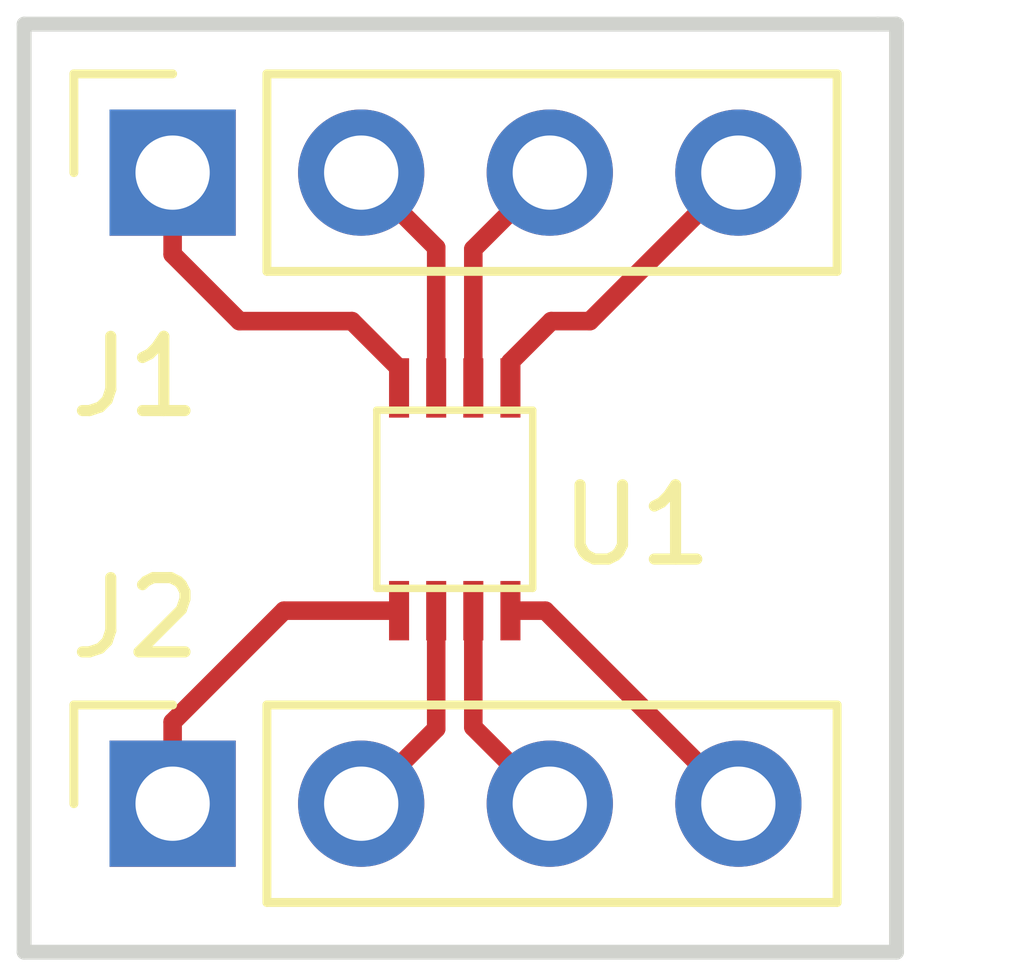
<source format=kicad_pcb>
(kicad_pcb (version 20171130) (host pcbnew "(5.0.0)")

  (general
    (thickness 1.6)
    (drawings 7)
    (tracks 22)
    (zones 0)
    (modules 3)
    (nets 9)
  )

  (page A4)
  (layers
    (0 F.Cu signal)
    (31 B.Cu signal hide)
    (32 B.Adhes user hide)
    (33 F.Adhes user hide)
    (34 B.Paste user hide)
    (35 F.Paste user hide)
    (36 B.SilkS user hide)
    (37 F.SilkS user hide)
    (38 B.Mask user)
    (39 F.Mask user hide)
    (40 Dwgs.User user hide)
    (41 Cmts.User user hide)
    (42 Eco1.User user hide)
    (43 Eco2.User user hide)
    (44 Edge.Cuts user)
    (45 Margin user hide)
    (46 B.CrtYd user hide)
    (47 F.CrtYd user hide)
    (48 B.Fab user hide)
    (49 F.Fab user hide)
  )

  (setup
    (last_trace_width 0.25)
    (trace_clearance 0.2)
    (zone_clearance 0.508)
    (zone_45_only no)
    (trace_min 0.2)
    (segment_width 0.2)
    (edge_width 0.15)
    (via_size 0.8)
    (via_drill 0.4)
    (via_min_size 0.4)
    (via_min_drill 0.3)
    (uvia_size 0.3)
    (uvia_drill 0.1)
    (uvias_allowed no)
    (uvia_min_size 0.2)
    (uvia_min_drill 0.1)
    (pcb_text_width 0.3)
    (pcb_text_size 1.5 1.5)
    (mod_edge_width 0.15)
    (mod_text_size 1 1)
    (mod_text_width 0.15)
    (pad_size 1.524 1.524)
    (pad_drill 0.762)
    (pad_to_mask_clearance 0.2)
    (aux_axis_origin 0 0)
    (visible_elements 7FFFFFFF)
    (pcbplotparams
      (layerselection 0x010fc_ffffffff)
      (usegerberextensions false)
      (usegerberattributes false)
      (usegerberadvancedattributes false)
      (creategerberjobfile false)
      (excludeedgelayer true)
      (linewidth 0.100000)
      (plotframeref false)
      (viasonmask false)
      (mode 1)
      (useauxorigin false)
      (hpglpennumber 1)
      (hpglpenspeed 20)
      (hpglpendiameter 15.000000)
      (psnegative false)
      (psa4output false)
      (plotreference true)
      (plotvalue true)
      (plotinvisibletext false)
      (padsonsilk false)
      (subtractmaskfromsilk false)
      (outputformat 1)
      (mirror false)
      (drillshape 0)
      (scaleselection 1)
      (outputdirectory "gerber/"))
  )

  (net 0 "")
  (net 1 /B2)
  (net 2 /GND)
  (net 3 /VCCA)
  (net 4 /A2)
  (net 5 /B1)
  (net 6 /VCCB)
  (net 7 /OE)
  (net 8 /A1)

  (net_class Default "Dies ist die voreingestellte Netzklasse."
    (clearance 0.2)
    (trace_width 0.25)
    (via_dia 0.8)
    (via_drill 0.4)
    (uvia_dia 0.3)
    (uvia_drill 0.1)
    (add_net /A1)
    (add_net /A2)
    (add_net /B1)
    (add_net /B2)
    (add_net /GND)
    (add_net /OE)
    (add_net /VCCA)
    (add_net /VCCB)
  )

  (module Connector_PinSocket_2.54mm:PinSocket_1x04_P2.54mm_Vertical (layer F.Cu) (tedit 5A19A429) (tstamp 5BB00376)
    (at 147 67 90)
    (descr "Through hole straight socket strip, 1x04, 2.54mm pitch, single row (from Kicad 4.0.7), script generated")
    (tags "Through hole socket strip THT 1x04 2.54mm single row")
    (path /5BAFE7A7)
    (fp_text reference J1 (at -2.75 -0.5 180) (layer F.SilkS)
      (effects (font (size 1 1) (thickness 0.15)))
    )
    (fp_text value Conn_01x04 (at 2.5 3.75 180) (layer F.Fab)
      (effects (font (size 1 1) (thickness 0.15)))
    )
    (fp_text user %R (at 0 10.5 180) (layer F.Fab)
      (effects (font (size 1 1) (thickness 0.15)))
    )
    (fp_line (start -1.8 9.4) (end -1.8 -1.8) (layer F.CrtYd) (width 0.05))
    (fp_line (start 1.75 9.4) (end -1.8 9.4) (layer F.CrtYd) (width 0.05))
    (fp_line (start 1.75 -1.8) (end 1.75 9.4) (layer F.CrtYd) (width 0.05))
    (fp_line (start -1.8 -1.8) (end 1.75 -1.8) (layer F.CrtYd) (width 0.05))
    (fp_line (start 0 -1.33) (end 1.33 -1.33) (layer F.SilkS) (width 0.12))
    (fp_line (start 1.33 -1.33) (end 1.33 0) (layer F.SilkS) (width 0.12))
    (fp_line (start 1.33 1.27) (end 1.33 8.95) (layer F.SilkS) (width 0.12))
    (fp_line (start -1.33 8.95) (end 1.33 8.95) (layer F.SilkS) (width 0.12))
    (fp_line (start -1.33 1.27) (end -1.33 8.95) (layer F.SilkS) (width 0.12))
    (fp_line (start -1.33 1.27) (end 1.33 1.27) (layer F.SilkS) (width 0.12))
    (fp_line (start -1.27 8.89) (end -1.27 -1.27) (layer F.Fab) (width 0.1))
    (fp_line (start 1.27 8.89) (end -1.27 8.89) (layer F.Fab) (width 0.1))
    (fp_line (start 1.27 -0.635) (end 1.27 8.89) (layer F.Fab) (width 0.1))
    (fp_line (start 0.635 -1.27) (end 1.27 -0.635) (layer F.Fab) (width 0.1))
    (fp_line (start -1.27 -1.27) (end 0.635 -1.27) (layer F.Fab) (width 0.1))
    (pad 4 thru_hole oval (at 0 7.62 90) (size 1.7 1.7) (drill 1) (layers *.Cu *.Mask)
      (net 1 /B2))
    (pad 3 thru_hole oval (at 0 5.08 90) (size 1.7 1.7) (drill 1) (layers *.Cu *.Mask)
      (net 2 /GND))
    (pad 2 thru_hole oval (at 0 2.54 90) (size 1.7 1.7) (drill 1) (layers *.Cu *.Mask)
      (net 3 /VCCA))
    (pad 1 thru_hole rect (at 0 0 90) (size 1.7 1.7) (drill 1) (layers *.Cu *.Mask)
      (net 4 /A2))
    (model ${KISYS3DMOD}/Connector_PinSocket_2.54mm.3dshapes/PinSocket_1x04_P2.54mm_Vertical.wrl
      (at (xyz 0 0 0))
      (scale (xyz 1 1 1))
      (rotate (xyz 0 0 0))
    )
  )

  (module Connector_PinSocket_2.54mm:PinSocket_1x04_P2.54mm_Vertical (layer F.Cu) (tedit 5A19A429) (tstamp 5BB00275)
    (at 147 75.5 90)
    (descr "Through hole straight socket strip, 1x04, 2.54mm pitch, single row (from Kicad 4.0.7), script generated")
    (tags "Through hole socket strip THT 1x04 2.54mm single row")
    (path /5BAFE75D)
    (fp_text reference J2 (at 2.5 -0.5 180) (layer F.SilkS)
      (effects (font (size 1 1) (thickness 0.15)))
    )
    (fp_text value Conn_01x04 (at -2.75 4.25 180) (layer F.Fab)
      (effects (font (size 1 1) (thickness 0.15)))
    )
    (fp_line (start -1.27 -1.27) (end 0.635 -1.27) (layer F.Fab) (width 0.1))
    (fp_line (start 0.635 -1.27) (end 1.27 -0.635) (layer F.Fab) (width 0.1))
    (fp_line (start 1.27 -0.635) (end 1.27 8.89) (layer F.Fab) (width 0.1))
    (fp_line (start 1.27 8.89) (end -1.27 8.89) (layer F.Fab) (width 0.1))
    (fp_line (start -1.27 8.89) (end -1.27 -1.27) (layer F.Fab) (width 0.1))
    (fp_line (start -1.33 1.27) (end 1.33 1.27) (layer F.SilkS) (width 0.12))
    (fp_line (start -1.33 1.27) (end -1.33 8.95) (layer F.SilkS) (width 0.12))
    (fp_line (start -1.33 8.95) (end 1.33 8.95) (layer F.SilkS) (width 0.12))
    (fp_line (start 1.33 1.27) (end 1.33 8.95) (layer F.SilkS) (width 0.12))
    (fp_line (start 1.33 -1.33) (end 1.33 0) (layer F.SilkS) (width 0.12))
    (fp_line (start 0 -1.33) (end 1.33 -1.33) (layer F.SilkS) (width 0.12))
    (fp_line (start -1.8 -1.8) (end 1.75 -1.8) (layer F.CrtYd) (width 0.05))
    (fp_line (start 1.75 -1.8) (end 1.75 9.4) (layer F.CrtYd) (width 0.05))
    (fp_line (start 1.75 9.4) (end -1.8 9.4) (layer F.CrtYd) (width 0.05))
    (fp_line (start -1.8 9.4) (end -1.8 -1.8) (layer F.CrtYd) (width 0.05))
    (fp_text user %R (at -0.25 10.5 180) (layer F.Fab)
      (effects (font (size 1 1) (thickness 0.15)))
    )
    (pad 1 thru_hole rect (at 0 0 90) (size 1.7 1.7) (drill 1) (layers *.Cu *.Mask)
      (net 8 /A1))
    (pad 2 thru_hole oval (at 0 2.54 90) (size 1.7 1.7) (drill 1) (layers *.Cu *.Mask)
      (net 7 /OE))
    (pad 3 thru_hole oval (at 0 5.08 90) (size 1.7 1.7) (drill 1) (layers *.Cu *.Mask)
      (net 6 /VCCB))
    (pad 4 thru_hole oval (at 0 7.62 90) (size 1.7 1.7) (drill 1) (layers *.Cu *.Mask)
      (net 5 /B1))
    (model ${KISYS3DMOD}/Connector_PinSocket_2.54mm.3dshapes/PinSocket_1x04_P2.54mm_Vertical.wrl
      (at (xyz 0 0 0))
      (scale (xyz 1 1 1))
      (rotate (xyz 0 0 0))
    )
  )

  (module "level shifter-footprints:TXS0102DCUR" (layer F.Cu) (tedit 5BAFF6AC) (tstamp 5BAFFF2A)
    (at 150.800001 71.4 180)
    (path /5BAFE614)
    (fp_text reference U1 (at -2.449999 -0.35 180) (layer F.SilkS)
      (effects (font (size 1 1) (thickness 0.15)))
    )
    (fp_text value TXB0102DCU (at -6.199999 0.9 180) (layer F.Fab)
      (effects (font (size 1 1) (thickness 0.15)))
    )
    (fp_line (start -1.05 1.2) (end -1.05 -1.2) (layer F.SilkS) (width 0.1))
    (fp_line (start 1.05 1.2) (end -1.05 1.2) (layer F.SilkS) (width 0.1))
    (fp_line (start 1.05 -1.2) (end 1.05 1.2) (layer F.SilkS) (width 0.1))
    (fp_line (start -1.05 -1.2) (end 1.05 -1.2) (layer F.SilkS) (width 0.1))
    (pad 8 smd rect (at -0.75 -1.5 180) (size 0.27 0.8) (layers F.Cu F.Paste F.Mask)
      (net 5 /B1))
    (pad 7 smd rect (at -0.25 -1.5 180) (size 0.27 0.8) (layers F.Cu F.Paste F.Mask)
      (net 6 /VCCB))
    (pad 6 smd rect (at 0.25 -1.5 180) (size 0.27 0.8) (layers F.Cu F.Paste F.Mask)
      (net 7 /OE))
    (pad 5 smd rect (at 0.75 -1.5 180) (size 0.27 0.8) (layers F.Cu F.Paste F.Mask)
      (net 8 /A1))
    (pad 1 smd rect (at -0.75 1.5 180) (size 0.27 0.8) (layers F.Cu F.Paste F.Mask)
      (net 1 /B2))
    (pad 2 smd rect (at -0.25 1.5 180) (size 0.27 0.8) (layers F.Cu F.Paste F.Mask)
      (net 2 /GND))
    (pad 3 smd rect (at 0.25 1.5 180) (size 0.27 0.8) (layers F.Cu F.Paste F.Mask)
      (net 3 /VCCA))
    (pad 4 smd rect (at 0.75 1.5 180) (size 0.27 0.8) (layers F.Cu F.Paste F.Mask)
      (net 4 /A2))
  )

  (gr_poly (pts (xy 144.75 64.75) (xy 157 64.75) (xy 157 77.75) (xy 144.75 77.75)) (layer B.Mask) (width 0.15))
  (gr_poly (pts (xy 144.75 64.75) (xy 157 64.75) (xy 157 77.75) (xy 144.75 77.75)) (layer F.Mask) (width 0.15))
  (gr_line (start 145 77.5) (end 145 65) (layer Edge.Cuts) (width 0.2))
  (gr_line (start 156.75 77.5) (end 145 77.5) (layer Edge.Cuts) (width 0.2))
  (gr_line (start 156.75 65) (end 156.75 77.5) (layer Edge.Cuts) (width 0.2))
  (gr_line (start 156.5 65) (end 156.75 65) (layer Edge.Cuts) (width 0.2))
  (gr_line (start 145 65) (end 156.5 65) (layer Edge.Cuts) (width 0.2))

  (segment (start 151.550001 69.550001) (end 152.100002 69) (width 0.25) (layer F.Cu) (net 1))
  (segment (start 151.550001 69.9) (end 151.550001 69.550001) (width 0.25) (layer F.Cu) (net 1))
  (segment (start 152.100002 69) (end 152.62 69) (width 0.25) (layer F.Cu) (net 1))
  (segment (start 152.62 69) (end 154.62 67) (width 0.25) (layer F.Cu) (net 1))
  (segment (start 151.050001 68.029999) (end 152.08 67) (width 0.25) (layer F.Cu) (net 2))
  (segment (start 151.050001 69.9) (end 151.050001 68.029999) (width 0.25) (layer F.Cu) (net 2))
  (segment (start 150.550001 68.010001) (end 149.54 67) (width 0.25) (layer F.Cu) (net 3))
  (segment (start 150.550001 69.9) (end 150.550001 68.010001) (width 0.25) (layer F.Cu) (net 3))
  (segment (start 150.050001 69.635) (end 149.415001 69) (width 0.25) (layer F.Cu) (net 4))
  (segment (start 150.050001 69.9) (end 150.050001 69.635) (width 0.25) (layer F.Cu) (net 4))
  (segment (start 147 68.1) (end 147 67) (width 0.25) (layer F.Cu) (net 4))
  (segment (start 147.9 69) (end 147 68.1) (width 0.25) (layer F.Cu) (net 4))
  (segment (start 149.415001 69) (end 147.9 69) (width 0.25) (layer F.Cu) (net 4))
  (segment (start 152.02 72.9) (end 154.62 75.5) (width 0.25) (layer F.Cu) (net 5))
  (segment (start 151.550001 72.9) (end 152.02 72.9) (width 0.25) (layer F.Cu) (net 5))
  (segment (start 151.050001 74.470001) (end 152.08 75.5) (width 0.25) (layer F.Cu) (net 6))
  (segment (start 151.050001 72.9) (end 151.050001 74.470001) (width 0.25) (layer F.Cu) (net 6))
  (segment (start 150.550001 74.489999) (end 149.54 75.5) (width 0.25) (layer F.Cu) (net 7))
  (segment (start 150.550001 72.9) (end 150.550001 74.489999) (width 0.25) (layer F.Cu) (net 7))
  (segment (start 147 74.4) (end 147 75.5) (width 0.25) (layer F.Cu) (net 8))
  (segment (start 148.5 72.9) (end 147 74.4) (width 0.25) (layer F.Cu) (net 8))
  (segment (start 150.050001 72.9) (end 148.5 72.9) (width 0.25) (layer F.Cu) (net 8))

)

</source>
